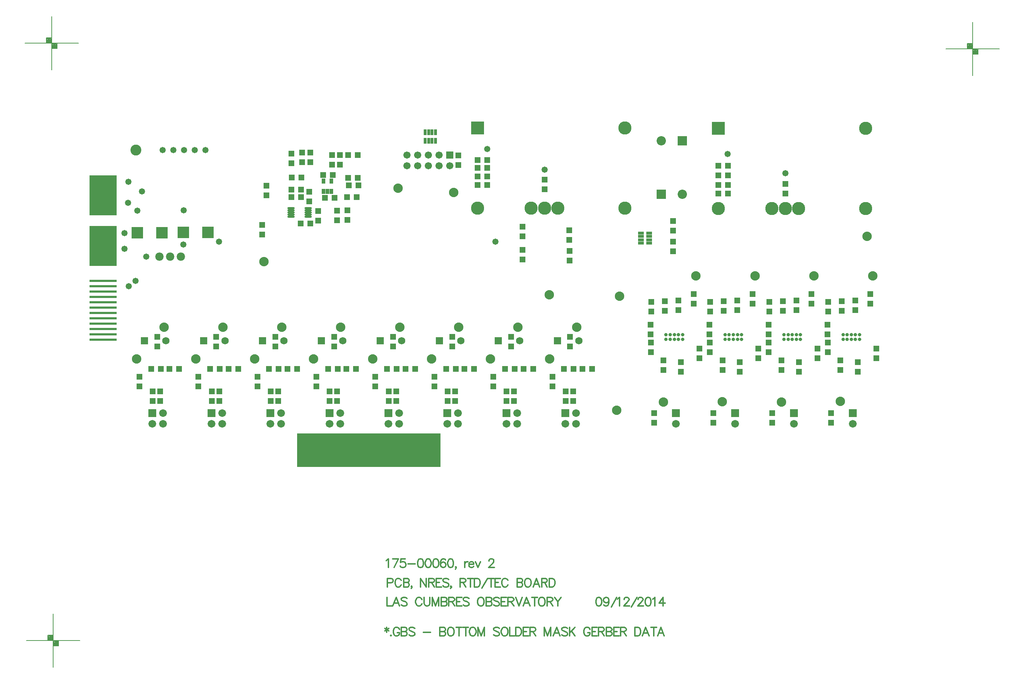
<source format=gbs>
%FSLAX23Y23*%
%MOIN*%
G70*
G01*
G75*
G04 Layer_Color=16711935*
%ADD10R,0.217X0.120*%
%ADD11R,0.012X0.065*%
%ADD12R,0.065X0.012*%
%ADD13O,0.071X0.012*%
%ADD14O,0.012X0.071*%
%ADD15O,0.098X0.028*%
%ADD16R,0.280X0.100*%
%ADD17R,0.100X0.100*%
%ADD18R,0.264X0.030*%
%ADD19R,0.264X0.383*%
G04:AMPARAMS|DCode=20|XSize=17mil|YSize=50mil|CornerRadius=5mil|HoleSize=0mil|Usage=FLASHONLY|Rotation=180.000|XOffset=0mil|YOffset=0mil|HoleType=Round|Shape=RoundedRectangle|*
%AMROUNDEDRECTD20*
21,1,0.017,0.040,0,0,180.0*
21,1,0.007,0.050,0,0,180.0*
1,1,0.010,-0.003,0.020*
1,1,0.010,0.003,0.020*
1,1,0.010,0.003,-0.020*
1,1,0.010,-0.003,-0.020*
%
%ADD20ROUNDEDRECTD20*%
%ADD21R,0.126X0.071*%
%ADD22R,0.050X0.050*%
%ADD23R,0.050X0.050*%
%ADD24C,0.005*%
%ADD25C,0.010*%
%ADD26C,0.030*%
%ADD27C,0.050*%
%ADD28C,0.025*%
%ADD29C,0.012*%
%ADD30C,0.008*%
%ADD31C,0.012*%
%ADD32C,0.012*%
%ADD33C,0.060*%
%ADD34R,0.060X0.060*%
%ADD35C,0.024*%
%ADD36C,0.070*%
%ADD37R,0.115X0.115*%
%ADD38C,0.115*%
%ADD39C,0.080*%
%ADD40C,0.050*%
%ADD41C,0.094*%
%ADD42C,0.079*%
%ADD43R,0.079X0.079*%
%ADD44C,0.059*%
%ADD45R,0.059X0.059*%
%ADD46C,0.020*%
%ADD47C,0.040*%
%ADD48C,0.100*%
G04:AMPARAMS|DCode=49|XSize=90mil|YSize=90mil|CornerRadius=0mil|HoleSize=0mil|Usage=FLASHONLY|Rotation=0.000|XOffset=0mil|YOffset=0mil|HoleType=Round|Shape=Relief|Width=10mil|Gap=10mil|Entries=4|*
%AMTHD49*
7,0,0,0.090,0.070,0.010,45*
%
%ADD49THD49*%
G04:AMPARAMS|DCode=50|XSize=100mil|YSize=100mil|CornerRadius=0mil|HoleSize=0mil|Usage=FLASHONLY|Rotation=0.000|XOffset=0mil|YOffset=0mil|HoleType=Round|Shape=Relief|Width=10mil|Gap=10mil|Entries=4|*
%AMTHD50*
7,0,0,0.100,0.080,0.010,45*
%
%ADD50THD50*%
G04:AMPARAMS|DCode=51|XSize=138mil|YSize=138mil|CornerRadius=0mil|HoleSize=0mil|Usage=FLASHONLY|Rotation=0.000|XOffset=0mil|YOffset=0mil|HoleType=Round|Shape=Relief|Width=10mil|Gap=10mil|Entries=4|*
%AMTHD51*
7,0,0,0.138,0.118,0.010,45*
%
%ADD51THD51*%
%ADD52C,0.118*%
%ADD53C,0.092*%
%ADD54C,0.072*%
%ADD55C,0.134*%
%ADD56C,0.079*%
%ADD57C,0.075*%
G04:AMPARAMS|DCode=58|XSize=107.244mil|YSize=107.244mil|CornerRadius=0mil|HoleSize=0mil|Usage=FLASHONLY|Rotation=0.000|XOffset=0mil|YOffset=0mil|HoleType=Round|Shape=Relief|Width=10mil|Gap=10mil|Entries=4|*
%AMTHD58*
7,0,0,0.107,0.087,0.010,45*
%
%ADD58THD58*%
%ADD59C,0.087*%
G04:AMPARAMS|DCode=60|XSize=112mil|YSize=112mil|CornerRadius=0mil|HoleSize=0mil|Usage=FLASHONLY|Rotation=0.000|XOffset=0mil|YOffset=0mil|HoleType=Round|Shape=Relief|Width=10mil|Gap=10mil|Entries=4|*
%AMTHD60*
7,0,0,0.112,0.092,0.010,45*
%
%ADD60THD60*%
G04:AMPARAMS|DCode=61|XSize=70mil|YSize=70mil|CornerRadius=0mil|HoleSize=0mil|Usage=FLASHONLY|Rotation=0.000|XOffset=0mil|YOffset=0mil|HoleType=Round|Shape=Relief|Width=10mil|Gap=10mil|Entries=4|*
%AMTHD61*
7,0,0,0.070,0.050,0.010,45*
%
%ADD61THD61*%
%ADD62C,0.068*%
G04:AMPARAMS|DCode=63|XSize=88mil|YSize=88mil|CornerRadius=0mil|HoleSize=0mil|Usage=FLASHONLY|Rotation=0.000|XOffset=0mil|YOffset=0mil|HoleType=Round|Shape=Relief|Width=10mil|Gap=10mil|Entries=4|*
%AMTHD63*
7,0,0,0.088,0.068,0.010,45*
%
%ADD63THD63*%
%ADD64C,0.020*%
%ADD65C,0.054*%
G04:AMPARAMS|DCode=66|XSize=92mil|YSize=92mil|CornerRadius=0mil|HoleSize=0mil|Usage=FLASHONLY|Rotation=0.000|XOffset=0mil|YOffset=0mil|HoleType=Round|Shape=Relief|Width=10mil|Gap=10mil|Entries=4|*
%AMTHD66*
7,0,0,0.092,0.072,0.010,45*
%
%ADD66THD66*%
G04:AMPARAMS|DCode=67|XSize=95.433mil|YSize=95.433mil|CornerRadius=0mil|HoleSize=0mil|Usage=FLASHONLY|Rotation=0.000|XOffset=0mil|YOffset=0mil|HoleType=Round|Shape=Relief|Width=10mil|Gap=10mil|Entries=4|*
%AMTHD67*
7,0,0,0.095,0.075,0.010,45*
%
%ADD67THD67*%
%ADD68R,0.045X0.017*%
%ADD69R,0.024X0.037*%
%ADD70O,0.061X0.010*%
%ADD71R,0.017X0.045*%
%ADD72C,0.006*%
%ADD73C,0.010*%
%ADD74C,0.008*%
%ADD75C,0.024*%
%ADD76C,0.010*%
%ADD77C,0.007*%
%ADD78C,0.004*%
%ADD79R,0.222X0.128*%
%ADD80R,0.252X0.018*%
%ADD81R,0.252X0.371*%
%ADD82R,0.225X0.128*%
%ADD83R,0.020X0.073*%
%ADD84R,0.073X0.020*%
%ADD85O,0.079X0.020*%
%ADD86O,0.020X0.079*%
%ADD87O,0.106X0.036*%
%ADD88R,0.288X0.108*%
%ADD89R,0.108X0.108*%
%ADD90R,0.257X0.023*%
%ADD91R,0.257X0.376*%
G04:AMPARAMS|DCode=92|XSize=25mil|YSize=58mil|CornerRadius=9mil|HoleSize=0mil|Usage=FLASHONLY|Rotation=180.000|XOffset=0mil|YOffset=0mil|HoleType=Round|Shape=RoundedRectangle|*
%AMROUNDEDRECTD92*
21,1,0.025,0.040,0,0,180.0*
21,1,0.007,0.058,0,0,180.0*
1,1,0.018,-0.003,0.020*
1,1,0.018,0.003,0.020*
1,1,0.018,0.003,-0.020*
1,1,0.018,-0.003,-0.020*
%
%ADD92ROUNDEDRECTD92*%
%ADD93R,0.134X0.079*%
%ADD94R,0.058X0.058*%
%ADD95R,0.058X0.058*%
%ADD96R,0.068X0.068*%
%ADD97C,0.032*%
%ADD98C,0.078*%
%ADD99R,0.123X0.123*%
%ADD100C,0.123*%
%ADD101C,0.088*%
%ADD102C,0.058*%
%ADD103C,0.102*%
%ADD104C,0.072*%
%ADD105R,0.072X0.072*%
%ADD106C,0.067*%
%ADD107R,0.067X0.067*%
%ADD108C,0.087*%
%ADD109R,0.087X0.087*%
%ADD110R,1.344X0.312*%
%ADD111R,0.053X0.025*%
%ADD112R,0.032X0.045*%
%ADD113O,0.069X0.018*%
%ADD114R,0.025X0.053*%
D29*
X13557Y8758D02*
Y8712D01*
X13538Y8747D02*
X13576Y8724D01*
Y8747D02*
X13538Y8724D01*
X13596Y8686D02*
X13592Y8682D01*
X13596Y8678D01*
X13600Y8682D01*
X13596Y8686D01*
X13675Y8739D02*
X13671Y8747D01*
X13663Y8754D01*
X13656Y8758D01*
X13640D01*
X13633Y8754D01*
X13625Y8747D01*
X13621Y8739D01*
X13618Y8728D01*
Y8708D01*
X13621Y8697D01*
X13625Y8689D01*
X13633Y8682D01*
X13640Y8678D01*
X13656D01*
X13663Y8682D01*
X13671Y8689D01*
X13675Y8697D01*
Y8708D01*
X13656D02*
X13675D01*
X13693Y8758D02*
Y8678D01*
Y8758D02*
X13727D01*
X13739Y8754D01*
X13743Y8750D01*
X13746Y8743D01*
Y8735D01*
X13743Y8728D01*
X13739Y8724D01*
X13727Y8720D01*
X13693D02*
X13727D01*
X13739Y8716D01*
X13743Y8712D01*
X13746Y8705D01*
Y8693D01*
X13743Y8686D01*
X13739Y8682D01*
X13727Y8678D01*
X13693D01*
X13818Y8747D02*
X13810Y8754D01*
X13799Y8758D01*
X13783D01*
X13772Y8754D01*
X13764Y8747D01*
Y8739D01*
X13768Y8731D01*
X13772Y8728D01*
X13779Y8724D01*
X13802Y8716D01*
X13810Y8712D01*
X13814Y8708D01*
X13818Y8701D01*
Y8689D01*
X13810Y8682D01*
X13799Y8678D01*
X13783D01*
X13772Y8682D01*
X13764Y8689D01*
X13898Y8712D02*
X13967D01*
X14053Y8758D02*
Y8678D01*
Y8758D02*
X14088D01*
X14099Y8754D01*
X14103Y8750D01*
X14107Y8743D01*
Y8735D01*
X14103Y8728D01*
X14099Y8724D01*
X14088Y8720D01*
X14053D02*
X14088D01*
X14099Y8716D01*
X14103Y8712D01*
X14107Y8705D01*
Y8693D01*
X14103Y8686D01*
X14099Y8682D01*
X14088Y8678D01*
X14053D01*
X14147Y8758D02*
X14140Y8754D01*
X14132Y8747D01*
X14128Y8739D01*
X14125Y8728D01*
Y8708D01*
X14128Y8697D01*
X14132Y8689D01*
X14140Y8682D01*
X14147Y8678D01*
X14163D01*
X14170Y8682D01*
X14178Y8689D01*
X14182Y8697D01*
X14185Y8708D01*
Y8728D01*
X14182Y8739D01*
X14178Y8747D01*
X14170Y8754D01*
X14163Y8758D01*
X14147D01*
X14231D02*
Y8678D01*
X14204Y8758D02*
X14257D01*
X14294D02*
Y8678D01*
X14267Y8758D02*
X14320D01*
X14353D02*
X14345Y8754D01*
X14337Y8747D01*
X14334Y8739D01*
X14330Y8728D01*
Y8708D01*
X14334Y8697D01*
X14337Y8689D01*
X14345Y8682D01*
X14353Y8678D01*
X14368D01*
X14376Y8682D01*
X14383Y8689D01*
X14387Y8697D01*
X14391Y8708D01*
Y8728D01*
X14387Y8739D01*
X14383Y8747D01*
X14376Y8754D01*
X14368Y8758D01*
X14353D01*
X14409D02*
Y8678D01*
Y8758D02*
X14440Y8678D01*
X14470Y8758D02*
X14440Y8678D01*
X14470Y8758D02*
Y8678D01*
X14609Y8747D02*
X14602Y8754D01*
X14590Y8758D01*
X14575D01*
X14564Y8754D01*
X14556Y8747D01*
Y8739D01*
X14560Y8731D01*
X14564Y8728D01*
X14571Y8724D01*
X14594Y8716D01*
X14602Y8712D01*
X14606Y8708D01*
X14609Y8701D01*
Y8689D01*
X14602Y8682D01*
X14590Y8678D01*
X14575D01*
X14564Y8682D01*
X14556Y8689D01*
X14650Y8758D02*
X14643Y8754D01*
X14635Y8747D01*
X14631Y8739D01*
X14627Y8728D01*
Y8708D01*
X14631Y8697D01*
X14635Y8689D01*
X14643Y8682D01*
X14650Y8678D01*
X14665D01*
X14673Y8682D01*
X14681Y8689D01*
X14684Y8697D01*
X14688Y8708D01*
Y8728D01*
X14684Y8739D01*
X14681Y8747D01*
X14673Y8754D01*
X14665Y8758D01*
X14650D01*
X14707D02*
Y8678D01*
X14753D01*
X14761Y8758D02*
Y8678D01*
Y8758D02*
X14788D01*
X14799Y8754D01*
X14807Y8747D01*
X14811Y8739D01*
X14815Y8728D01*
Y8708D01*
X14811Y8697D01*
X14807Y8689D01*
X14799Y8682D01*
X14788Y8678D01*
X14761D01*
X14882Y8758D02*
X14833D01*
Y8678D01*
X14882D01*
X14833Y8720D02*
X14863D01*
X14895Y8758D02*
Y8678D01*
Y8758D02*
X14930D01*
X14941Y8754D01*
X14945Y8750D01*
X14949Y8743D01*
Y8735D01*
X14945Y8728D01*
X14941Y8724D01*
X14930Y8720D01*
X14895D01*
X14922D02*
X14949Y8678D01*
X15029Y8758D02*
Y8678D01*
Y8758D02*
X15060Y8678D01*
X15090Y8758D02*
X15060Y8678D01*
X15090Y8758D02*
Y8678D01*
X15174D02*
X15144Y8758D01*
X15113Y8678D01*
X15125Y8705D02*
X15163D01*
X15246Y8747D02*
X15239Y8754D01*
X15227Y8758D01*
X15212D01*
X15201Y8754D01*
X15193Y8747D01*
Y8739D01*
X15197Y8731D01*
X15201Y8728D01*
X15208Y8724D01*
X15231Y8716D01*
X15239Y8712D01*
X15242Y8708D01*
X15246Y8701D01*
Y8689D01*
X15239Y8682D01*
X15227Y8678D01*
X15212D01*
X15201Y8682D01*
X15193Y8689D01*
X15264Y8758D02*
Y8678D01*
X15317Y8758D02*
X15264Y8705D01*
X15283Y8724D02*
X15317Y8678D01*
X15455Y8739D02*
X15451Y8747D01*
X15444Y8754D01*
X15436Y8758D01*
X15421D01*
X15413Y8754D01*
X15406Y8747D01*
X15402Y8739D01*
X15398Y8728D01*
Y8708D01*
X15402Y8697D01*
X15406Y8689D01*
X15413Y8682D01*
X15421Y8678D01*
X15436D01*
X15444Y8682D01*
X15451Y8689D01*
X15455Y8697D01*
Y8708D01*
X15436D02*
X15455D01*
X15523Y8758D02*
X15474D01*
Y8678D01*
X15523D01*
X15474Y8720D02*
X15504D01*
X15536Y8758D02*
Y8678D01*
Y8758D02*
X15571D01*
X15582Y8754D01*
X15586Y8750D01*
X15590Y8743D01*
Y8735D01*
X15586Y8728D01*
X15582Y8724D01*
X15571Y8720D01*
X15536D01*
X15563D02*
X15590Y8678D01*
X15608Y8758D02*
Y8678D01*
Y8758D02*
X15642D01*
X15653Y8754D01*
X15657Y8750D01*
X15661Y8743D01*
Y8735D01*
X15657Y8728D01*
X15653Y8724D01*
X15642Y8720D01*
X15608D02*
X15642D01*
X15653Y8716D01*
X15657Y8712D01*
X15661Y8705D01*
Y8693D01*
X15657Y8686D01*
X15653Y8682D01*
X15642Y8678D01*
X15608D01*
X15728Y8758D02*
X15679D01*
Y8678D01*
X15728D01*
X15679Y8720D02*
X15709D01*
X15742Y8758D02*
Y8678D01*
Y8758D02*
X15776D01*
X15787Y8754D01*
X15791Y8750D01*
X15795Y8743D01*
Y8735D01*
X15791Y8728D01*
X15787Y8724D01*
X15776Y8720D01*
X15742D01*
X15768D02*
X15795Y8678D01*
X15876Y8758D02*
Y8678D01*
Y8758D02*
X15902D01*
X15914Y8754D01*
X15921Y8747D01*
X15925Y8739D01*
X15929Y8728D01*
Y8708D01*
X15925Y8697D01*
X15921Y8689D01*
X15914Y8682D01*
X15902Y8678D01*
X15876D01*
X16008D02*
X15977Y8758D01*
X15947Y8678D01*
X15958Y8705D02*
X15997D01*
X16053Y8758D02*
Y8678D01*
X16027Y8758D02*
X16080D01*
X16150Y8678D02*
X16120Y8758D01*
X16089Y8678D01*
X16101Y8705D02*
X16139D01*
D30*
X10394Y14246D02*
X10404D01*
X10394Y14241D02*
Y14251D01*
Y14241D02*
X10404D01*
Y14251D01*
X10394D02*
X10404D01*
X10389Y14236D02*
Y14251D01*
Y14236D02*
X10409D01*
Y14256D01*
X10389D02*
X10409D01*
X10384Y14231D02*
Y14256D01*
Y14231D02*
X10414D01*
Y14261D01*
X10384D02*
X10414D01*
X10379Y14226D02*
Y14266D01*
Y14226D02*
X10419D01*
Y14266D01*
X10379D02*
X10419D01*
X10444Y14196D02*
X10454D01*
X10444Y14191D02*
Y14201D01*
Y14191D02*
X10454D01*
Y14201D01*
X10444D02*
X10454D01*
X10439Y14186D02*
Y14201D01*
Y14186D02*
X10459D01*
Y14206D01*
X10439D02*
X10459D01*
X10434Y14181D02*
Y14206D01*
Y14181D02*
X10464D01*
Y14211D01*
X10434D02*
X10464D01*
X10429Y14176D02*
Y14216D01*
Y14176D02*
X10469D01*
Y14216D01*
X10429D02*
X10469D01*
X10424Y14171D02*
X10474D01*
Y14221D01*
X10374Y14271D02*
X10424D01*
X10374Y14221D02*
Y14271D01*
X10424Y13971D02*
Y14471D01*
X10174Y14221D02*
X10674D01*
X19002Y14192D02*
X19012D01*
X19002Y14187D02*
Y14197D01*
Y14187D02*
X19012D01*
Y14197D01*
X19002D02*
X19012D01*
X18997Y14182D02*
Y14197D01*
Y14182D02*
X19017D01*
Y14202D01*
X18997D02*
X19017D01*
X18992Y14177D02*
Y14202D01*
Y14177D02*
X19022D01*
Y14207D01*
X18992D02*
X19022D01*
X18987Y14172D02*
Y14212D01*
Y14172D02*
X19027D01*
Y14212D01*
X18987D02*
X19027D01*
X19052Y14142D02*
X19062D01*
X19052Y14137D02*
Y14147D01*
Y14137D02*
X19062D01*
Y14147D01*
X19052D02*
X19062D01*
X19047Y14132D02*
Y14147D01*
Y14132D02*
X19067D01*
Y14152D01*
X19047D02*
X19067D01*
X19042Y14127D02*
Y14152D01*
Y14127D02*
X19072D01*
Y14157D01*
X19042D02*
X19072D01*
X19037Y14122D02*
Y14162D01*
Y14122D02*
X19077D01*
Y14162D01*
X19037D02*
X19077D01*
X19032Y14117D02*
X19082D01*
Y14167D01*
X18982Y14217D02*
X19032D01*
X18982Y14167D02*
Y14217D01*
X19032Y13917D02*
Y14417D01*
X18782Y14167D02*
X19282D01*
X10410Y8660D02*
X10420D01*
X10410Y8655D02*
Y8665D01*
Y8655D02*
X10420D01*
Y8665D01*
X10410D02*
X10420D01*
X10405Y8650D02*
Y8665D01*
Y8650D02*
X10425D01*
Y8670D01*
X10405D02*
X10425D01*
X10400Y8645D02*
Y8670D01*
Y8645D02*
X10430D01*
Y8675D01*
X10400D02*
X10430D01*
X10395Y8640D02*
Y8680D01*
Y8640D02*
X10435D01*
Y8680D01*
X10395D02*
X10435D01*
X10460Y8610D02*
X10470D01*
X10460Y8605D02*
Y8615D01*
Y8605D02*
X10470D01*
Y8615D01*
X10460D02*
X10470D01*
X10455Y8600D02*
Y8615D01*
Y8600D02*
X10475D01*
Y8620D01*
X10455D02*
X10475D01*
X10450Y8595D02*
Y8620D01*
Y8595D02*
X10480D01*
Y8625D01*
X10450D02*
X10480D01*
X10445Y8590D02*
Y8630D01*
Y8590D02*
X10485D01*
Y8630D01*
X10445D02*
X10485D01*
X10440Y8585D02*
X10490D01*
Y8635D01*
X10390Y8685D02*
X10440D01*
X10390Y8635D02*
Y8685D01*
X10440Y8385D02*
Y8885D01*
X10190Y8635D02*
X10690D01*
D31*
X13559Y9039D02*
Y8959D01*
X13605D01*
X13674D02*
X13644Y9039D01*
X13613Y8959D01*
X13625Y8985D02*
X13663D01*
X13746Y9027D02*
X13739Y9035D01*
X13727Y9039D01*
X13712D01*
X13701Y9035D01*
X13693Y9027D01*
Y9020D01*
X13697Y9012D01*
X13701Y9008D01*
X13708Y9004D01*
X13731Y8997D01*
X13739Y8993D01*
X13743Y8989D01*
X13746Y8981D01*
Y8970D01*
X13739Y8962D01*
X13727Y8959D01*
X13712D01*
X13701Y8962D01*
X13693Y8970D01*
X13884Y9020D02*
X13880Y9027D01*
X13873Y9035D01*
X13865Y9039D01*
X13850D01*
X13842Y9035D01*
X13835Y9027D01*
X13831Y9020D01*
X13827Y9008D01*
Y8989D01*
X13831Y8978D01*
X13835Y8970D01*
X13842Y8962D01*
X13850Y8959D01*
X13865D01*
X13873Y8962D01*
X13880Y8970D01*
X13884Y8978D01*
X13907Y9039D02*
Y8981D01*
X13911Y8970D01*
X13918Y8962D01*
X13930Y8959D01*
X13937D01*
X13949Y8962D01*
X13956Y8970D01*
X13960Y8981D01*
Y9039D01*
X13982D02*
Y8959D01*
Y9039D02*
X14013Y8959D01*
X14043Y9039D02*
X14013Y8959D01*
X14043Y9039D02*
Y8959D01*
X14066Y9039D02*
Y8959D01*
Y9039D02*
X14100D01*
X14112Y9035D01*
X14115Y9031D01*
X14119Y9023D01*
Y9016D01*
X14115Y9008D01*
X14112Y9004D01*
X14100Y9000D01*
X14066D02*
X14100D01*
X14112Y8997D01*
X14115Y8993D01*
X14119Y8985D01*
Y8974D01*
X14115Y8966D01*
X14112Y8962D01*
X14100Y8959D01*
X14066D01*
X14137Y9039D02*
Y8959D01*
Y9039D02*
X14171D01*
X14183Y9035D01*
X14187Y9031D01*
X14191Y9023D01*
Y9016D01*
X14187Y9008D01*
X14183Y9004D01*
X14171Y9000D01*
X14137D01*
X14164D02*
X14191Y8959D01*
X14258Y9039D02*
X14208D01*
Y8959D01*
X14258D01*
X14208Y9000D02*
X14239D01*
X14325Y9027D02*
X14317Y9035D01*
X14306Y9039D01*
X14290D01*
X14279Y9035D01*
X14271Y9027D01*
Y9020D01*
X14275Y9012D01*
X14279Y9008D01*
X14286Y9004D01*
X14309Y8997D01*
X14317Y8993D01*
X14321Y8989D01*
X14325Y8981D01*
Y8970D01*
X14317Y8962D01*
X14306Y8959D01*
X14290D01*
X14279Y8962D01*
X14271Y8970D01*
X14428Y9039D02*
X14421Y9035D01*
X14413Y9027D01*
X14409Y9020D01*
X14405Y9008D01*
Y8989D01*
X14409Y8978D01*
X14413Y8970D01*
X14421Y8962D01*
X14428Y8959D01*
X14443D01*
X14451Y8962D01*
X14459Y8970D01*
X14462Y8978D01*
X14466Y8989D01*
Y9008D01*
X14462Y9020D01*
X14459Y9027D01*
X14451Y9035D01*
X14443Y9039D01*
X14428D01*
X14485D02*
Y8959D01*
Y9039D02*
X14519D01*
X14531Y9035D01*
X14534Y9031D01*
X14538Y9023D01*
Y9016D01*
X14534Y9008D01*
X14531Y9004D01*
X14519Y9000D01*
X14485D02*
X14519D01*
X14531Y8997D01*
X14534Y8993D01*
X14538Y8985D01*
Y8974D01*
X14534Y8966D01*
X14531Y8962D01*
X14519Y8959D01*
X14485D01*
X14609Y9027D02*
X14602Y9035D01*
X14590Y9039D01*
X14575D01*
X14564Y9035D01*
X14556Y9027D01*
Y9020D01*
X14560Y9012D01*
X14564Y9008D01*
X14571Y9004D01*
X14594Y8997D01*
X14602Y8993D01*
X14606Y8989D01*
X14609Y8981D01*
Y8970D01*
X14602Y8962D01*
X14590Y8959D01*
X14575D01*
X14564Y8962D01*
X14556Y8970D01*
X14677Y9039D02*
X14627D01*
Y8959D01*
X14677D01*
X14627Y9000D02*
X14658D01*
X14690Y9039D02*
Y8959D01*
Y9039D02*
X14724D01*
X14736Y9035D01*
X14740Y9031D01*
X14744Y9023D01*
Y9016D01*
X14740Y9008D01*
X14736Y9004D01*
X14724Y9000D01*
X14690D01*
X14717D02*
X14744Y8959D01*
X14761Y9039D02*
X14792Y8959D01*
X14822Y9039D02*
X14792Y8959D01*
X14894D02*
X14863Y9039D01*
X14833Y8959D01*
X14844Y8985D02*
X14882D01*
X14939Y9039D02*
Y8959D01*
X14912Y9039D02*
X14966D01*
X14998D02*
X14990Y9035D01*
X14983Y9027D01*
X14979Y9020D01*
X14975Y9008D01*
Y8989D01*
X14979Y8978D01*
X14983Y8970D01*
X14990Y8962D01*
X14998Y8959D01*
X15013D01*
X15021Y8962D01*
X15028Y8970D01*
X15032Y8978D01*
X15036Y8989D01*
Y9008D01*
X15032Y9020D01*
X15028Y9027D01*
X15021Y9035D01*
X15013Y9039D01*
X14998D01*
X15055D02*
Y8959D01*
Y9039D02*
X15089D01*
X15100Y9035D01*
X15104Y9031D01*
X15108Y9023D01*
Y9016D01*
X15104Y9008D01*
X15100Y9004D01*
X15089Y9000D01*
X15055D01*
X15081D02*
X15108Y8959D01*
X15126Y9039D02*
X15156Y9000D01*
Y8959D01*
X15187Y9039D02*
X15156Y9000D01*
X15534Y9039D02*
X15523Y9035D01*
X15515Y9023D01*
X15511Y9004D01*
Y8993D01*
X15515Y8974D01*
X15523Y8962D01*
X15534Y8959D01*
X15542D01*
X15553Y8962D01*
X15561Y8974D01*
X15565Y8993D01*
Y9004D01*
X15561Y9023D01*
X15553Y9035D01*
X15542Y9039D01*
X15534D01*
X15632Y9012D02*
X15628Y9000D01*
X15621Y8993D01*
X15609Y8989D01*
X15605D01*
X15594Y8993D01*
X15586Y9000D01*
X15583Y9012D01*
Y9016D01*
X15586Y9027D01*
X15594Y9035D01*
X15605Y9039D01*
X15609D01*
X15621Y9035D01*
X15628Y9027D01*
X15632Y9012D01*
Y8993D01*
X15628Y8974D01*
X15621Y8962D01*
X15609Y8959D01*
X15602D01*
X15590Y8962D01*
X15586Y8970D01*
X15654Y8947D02*
X15707Y9039D01*
X15712Y9023D02*
X15720Y9027D01*
X15732Y9039D01*
Y8959D01*
X15775Y9020D02*
Y9023D01*
X15779Y9031D01*
X15783Y9035D01*
X15790Y9039D01*
X15805D01*
X15813Y9035D01*
X15817Y9031D01*
X15821Y9023D01*
Y9016D01*
X15817Y9008D01*
X15809Y8997D01*
X15771Y8959D01*
X15824D01*
X15842Y8947D02*
X15896Y9039D01*
X15905Y9020D02*
Y9023D01*
X15909Y9031D01*
X15912Y9035D01*
X15920Y9039D01*
X15935D01*
X15943Y9035D01*
X15947Y9031D01*
X15951Y9023D01*
Y9016D01*
X15947Y9008D01*
X15939Y8997D01*
X15901Y8959D01*
X15954D01*
X15995Y9039D02*
X15984Y9035D01*
X15976Y9023D01*
X15972Y9004D01*
Y8993D01*
X15976Y8974D01*
X15984Y8962D01*
X15995Y8959D01*
X16003D01*
X16014Y8962D01*
X16022Y8974D01*
X16026Y8993D01*
Y9004D01*
X16022Y9023D01*
X16014Y9035D01*
X16003Y9039D01*
X15995D01*
X16043Y9023D02*
X16051Y9027D01*
X16062Y9039D01*
Y8959D01*
X16140Y9039D02*
X16102Y8985D01*
X16159D01*
X16140Y9039D02*
Y8959D01*
D32*
X13553Y9383D02*
X13560Y9387D01*
X13572Y9398D01*
Y9318D01*
X13665Y9398D02*
X13627Y9318D01*
X13611Y9398D02*
X13665D01*
X13728D02*
X13690D01*
X13686Y9364D01*
X13690Y9368D01*
X13702Y9372D01*
X13713D01*
X13725Y9368D01*
X13732Y9360D01*
X13736Y9349D01*
Y9341D01*
X13732Y9330D01*
X13725Y9322D01*
X13713Y9318D01*
X13702D01*
X13690Y9322D01*
X13686Y9326D01*
X13683Y9333D01*
X13754Y9352D02*
X13822D01*
X13869Y9398D02*
X13857Y9394D01*
X13850Y9383D01*
X13846Y9364D01*
Y9352D01*
X13850Y9333D01*
X13857Y9322D01*
X13869Y9318D01*
X13876D01*
X13888Y9322D01*
X13896Y9333D01*
X13899Y9352D01*
Y9364D01*
X13896Y9383D01*
X13888Y9394D01*
X13876Y9398D01*
X13869D01*
X13940D02*
X13929Y9394D01*
X13921Y9383D01*
X13917Y9364D01*
Y9352D01*
X13921Y9333D01*
X13929Y9322D01*
X13940Y9318D01*
X13948D01*
X13959Y9322D01*
X13967Y9333D01*
X13971Y9352D01*
Y9364D01*
X13967Y9383D01*
X13959Y9394D01*
X13948Y9398D01*
X13940D01*
X14011D02*
X14000Y9394D01*
X13992Y9383D01*
X13988Y9364D01*
Y9352D01*
X13992Y9333D01*
X14000Y9322D01*
X14011Y9318D01*
X14019D01*
X14030Y9322D01*
X14038Y9333D01*
X14042Y9352D01*
Y9364D01*
X14038Y9383D01*
X14030Y9394D01*
X14019Y9398D01*
X14011D01*
X14105Y9387D02*
X14102Y9394D01*
X14090Y9398D01*
X14083D01*
X14071Y9394D01*
X14063Y9383D01*
X14060Y9364D01*
Y9345D01*
X14063Y9330D01*
X14071Y9322D01*
X14083Y9318D01*
X14086D01*
X14098Y9322D01*
X14105Y9330D01*
X14109Y9341D01*
Y9345D01*
X14105Y9356D01*
X14098Y9364D01*
X14086Y9368D01*
X14083D01*
X14071Y9364D01*
X14063Y9356D01*
X14060Y9345D01*
X14150Y9398D02*
X14138Y9394D01*
X14131Y9383D01*
X14127Y9364D01*
Y9352D01*
X14131Y9333D01*
X14138Y9322D01*
X14150Y9318D01*
X14157D01*
X14169Y9322D01*
X14176Y9333D01*
X14180Y9352D01*
Y9364D01*
X14176Y9383D01*
X14169Y9394D01*
X14157Y9398D01*
X14150D01*
X14206Y9322D02*
X14202Y9318D01*
X14198Y9322D01*
X14202Y9326D01*
X14206Y9322D01*
Y9314D01*
X14202Y9307D01*
X14198Y9303D01*
X14286Y9372D02*
Y9318D01*
Y9349D02*
X14290Y9360D01*
X14297Y9368D01*
X14305Y9372D01*
X14316D01*
X14324Y9349D02*
X14369D01*
Y9356D01*
X14366Y9364D01*
X14362Y9368D01*
X14354Y9372D01*
X14343D01*
X14335Y9368D01*
X14327Y9360D01*
X14324Y9349D01*
Y9341D01*
X14327Y9330D01*
X14335Y9322D01*
X14343Y9318D01*
X14354D01*
X14362Y9322D01*
X14369Y9330D01*
X14386Y9372D02*
X14409Y9318D01*
X14432Y9372D02*
X14409Y9318D01*
X14512Y9379D02*
Y9383D01*
X14516Y9391D01*
X14519Y9394D01*
X14527Y9398D01*
X14542D01*
X14550Y9394D01*
X14554Y9391D01*
X14557Y9383D01*
Y9375D01*
X14554Y9368D01*
X14546Y9356D01*
X14508Y9318D01*
X14561D01*
X13563Y9174D02*
X13597D01*
X13608Y9178D01*
X13612Y9182D01*
X13616Y9190D01*
Y9201D01*
X13612Y9209D01*
X13608Y9212D01*
X13597Y9216D01*
X13563D01*
Y9136D01*
X13691Y9197D02*
X13687Y9205D01*
X13680Y9212D01*
X13672Y9216D01*
X13657D01*
X13649Y9212D01*
X13642Y9205D01*
X13638Y9197D01*
X13634Y9186D01*
Y9167D01*
X13638Y9155D01*
X13642Y9148D01*
X13649Y9140D01*
X13657Y9136D01*
X13672D01*
X13680Y9140D01*
X13687Y9148D01*
X13691Y9155D01*
X13714Y9216D02*
Y9136D01*
Y9216D02*
X13748D01*
X13759Y9212D01*
X13763Y9209D01*
X13767Y9201D01*
Y9193D01*
X13763Y9186D01*
X13759Y9182D01*
X13748Y9178D01*
X13714D02*
X13748D01*
X13759Y9174D01*
X13763Y9170D01*
X13767Y9163D01*
Y9151D01*
X13763Y9144D01*
X13759Y9140D01*
X13748Y9136D01*
X13714D01*
X13792Y9140D02*
X13789Y9136D01*
X13785Y9140D01*
X13789Y9144D01*
X13792Y9140D01*
Y9132D01*
X13789Y9125D01*
X13785Y9121D01*
X13873Y9216D02*
Y9136D01*
Y9216D02*
X13926Y9136D01*
Y9216D02*
Y9136D01*
X13948Y9216D02*
Y9136D01*
Y9216D02*
X13982D01*
X13994Y9212D01*
X13998Y9209D01*
X14001Y9201D01*
Y9193D01*
X13998Y9186D01*
X13994Y9182D01*
X13982Y9178D01*
X13948D01*
X13975D02*
X14001Y9136D01*
X14069Y9216D02*
X14019D01*
Y9136D01*
X14069D01*
X14019Y9178D02*
X14050D01*
X14136Y9205D02*
X14128Y9212D01*
X14117Y9216D01*
X14101D01*
X14090Y9212D01*
X14082Y9205D01*
Y9197D01*
X14086Y9190D01*
X14090Y9186D01*
X14097Y9182D01*
X14120Y9174D01*
X14128Y9170D01*
X14132Y9167D01*
X14136Y9159D01*
Y9148D01*
X14128Y9140D01*
X14117Y9136D01*
X14101D01*
X14090Y9140D01*
X14082Y9148D01*
X14161Y9140D02*
X14157Y9136D01*
X14153Y9140D01*
X14157Y9144D01*
X14161Y9140D01*
Y9132D01*
X14157Y9125D01*
X14153Y9121D01*
X14241Y9216D02*
Y9136D01*
Y9216D02*
X14276D01*
X14287Y9212D01*
X14291Y9209D01*
X14295Y9201D01*
Y9193D01*
X14291Y9186D01*
X14287Y9182D01*
X14276Y9178D01*
X14241D01*
X14268D02*
X14295Y9136D01*
X14339Y9216D02*
Y9136D01*
X14313Y9216D02*
X14366D01*
X14376D02*
Y9136D01*
Y9216D02*
X14402D01*
X14414Y9212D01*
X14421Y9205D01*
X14425Y9197D01*
X14429Y9186D01*
Y9167D01*
X14425Y9155D01*
X14421Y9148D01*
X14414Y9140D01*
X14402Y9136D01*
X14376D01*
X14447Y9125D02*
X14500Y9216D01*
X14532D02*
Y9136D01*
X14505Y9216D02*
X14559D01*
X14618D02*
X14568D01*
Y9136D01*
X14618D01*
X14568Y9178D02*
X14599D01*
X14688Y9197D02*
X14684Y9205D01*
X14677Y9212D01*
X14669Y9216D01*
X14654D01*
X14646Y9212D01*
X14639Y9205D01*
X14635Y9197D01*
X14631Y9186D01*
Y9167D01*
X14635Y9155D01*
X14639Y9148D01*
X14646Y9140D01*
X14654Y9136D01*
X14669D01*
X14677Y9140D01*
X14684Y9148D01*
X14688Y9155D01*
X14774Y9216D02*
Y9136D01*
Y9216D02*
X14808D01*
X14819Y9212D01*
X14823Y9209D01*
X14827Y9201D01*
Y9193D01*
X14823Y9186D01*
X14819Y9182D01*
X14808Y9178D01*
X14774D02*
X14808D01*
X14819Y9174D01*
X14823Y9170D01*
X14827Y9163D01*
Y9151D01*
X14823Y9144D01*
X14819Y9140D01*
X14808Y9136D01*
X14774D01*
X14868Y9216D02*
X14860Y9212D01*
X14852Y9205D01*
X14849Y9197D01*
X14845Y9186D01*
Y9167D01*
X14849Y9155D01*
X14852Y9148D01*
X14860Y9140D01*
X14868Y9136D01*
X14883D01*
X14890Y9140D01*
X14898Y9148D01*
X14902Y9155D01*
X14906Y9167D01*
Y9186D01*
X14902Y9197D01*
X14898Y9205D01*
X14890Y9212D01*
X14883Y9216D01*
X14868D01*
X14985Y9136D02*
X14955Y9216D01*
X14924Y9136D01*
X14936Y9163D02*
X14974D01*
X15004Y9216D02*
Y9136D01*
Y9216D02*
X15038D01*
X15050Y9212D01*
X15053Y9209D01*
X15057Y9201D01*
Y9193D01*
X15053Y9186D01*
X15050Y9182D01*
X15038Y9178D01*
X15004D01*
X15031D02*
X15057Y9136D01*
X15075Y9216D02*
Y9136D01*
Y9216D02*
X15102D01*
X15113Y9212D01*
X15121Y9205D01*
X15125Y9197D01*
X15128Y9186D01*
Y9167D01*
X15125Y9155D01*
X15121Y9148D01*
X15113Y9140D01*
X15102Y9136D01*
X15075D01*
D62*
X11493Y11437D02*
D03*
X15351D02*
D03*
X14800D02*
D03*
X14249D02*
D03*
X13697D02*
D03*
X13146D02*
D03*
X12595D02*
D03*
X12044D02*
D03*
D89*
X11227Y12447D02*
D03*
X11457D02*
D03*
X11886Y12452D02*
D03*
X11656D02*
D03*
D90*
X10907Y11950D02*
D03*
Y11900D02*
D03*
Y11850D02*
D03*
Y11800D02*
D03*
Y11750D02*
D03*
Y11450D02*
D03*
Y11500D02*
D03*
Y11550D02*
D03*
Y11600D02*
D03*
Y11650D02*
D03*
Y11700D02*
D03*
Y12000D02*
D03*
D91*
Y12798D02*
D03*
Y12325D02*
D03*
D94*
X12393Y12522D02*
D03*
Y12432D02*
D03*
X12666Y13190D02*
D03*
Y13100D02*
D03*
X12831Y12833D02*
D03*
Y12743D02*
D03*
X13091Y12565D02*
D03*
Y12655D02*
D03*
X13190Y12567D02*
D03*
Y12657D02*
D03*
X12432Y12800D02*
D03*
Y12890D02*
D03*
X12767Y13197D02*
D03*
Y13107D02*
D03*
X12843Y13197D02*
D03*
Y13107D02*
D03*
X13119Y13174D02*
D03*
Y13084D02*
D03*
X17675Y11590D02*
D03*
Y11500D02*
D03*
X17124Y11590D02*
D03*
Y11500D02*
D03*
X16573Y11590D02*
D03*
Y11500D02*
D03*
X16022Y11590D02*
D03*
Y11500D02*
D03*
X17678Y11332D02*
D03*
Y11422D02*
D03*
X17127Y11332D02*
D03*
Y11422D02*
D03*
X16576Y11332D02*
D03*
Y11422D02*
D03*
X16025Y11332D02*
D03*
Y11422D02*
D03*
X15298Y10965D02*
D03*
Y10875D02*
D03*
X14747Y10965D02*
D03*
Y10875D02*
D03*
X14196Y10965D02*
D03*
Y10875D02*
D03*
X13644Y10965D02*
D03*
Y10875D02*
D03*
X13093Y10965D02*
D03*
Y10875D02*
D03*
X12542Y10965D02*
D03*
Y10875D02*
D03*
X11991Y10965D02*
D03*
Y10875D02*
D03*
X11440Y10965D02*
D03*
Y10875D02*
D03*
X15228Y10965D02*
D03*
Y10875D02*
D03*
X14677Y10965D02*
D03*
Y10875D02*
D03*
X14126Y10965D02*
D03*
Y10875D02*
D03*
X13574Y10965D02*
D03*
Y10875D02*
D03*
X13023Y10965D02*
D03*
Y10875D02*
D03*
X12472Y10965D02*
D03*
Y10875D02*
D03*
X11921Y10965D02*
D03*
Y10875D02*
D03*
X11370Y10965D02*
D03*
Y10875D02*
D03*
X15104Y11101D02*
D03*
Y11011D02*
D03*
X14553Y11101D02*
D03*
Y11011D02*
D03*
X14002Y11101D02*
D03*
Y11011D02*
D03*
X13450Y11101D02*
D03*
Y11011D02*
D03*
X12899Y11101D02*
D03*
Y11011D02*
D03*
X12348Y11101D02*
D03*
Y11011D02*
D03*
X11797Y11101D02*
D03*
Y11011D02*
D03*
X11246Y11101D02*
D03*
Y11011D02*
D03*
X17281Y12814D02*
D03*
Y12904D02*
D03*
X15032Y12856D02*
D03*
Y12946D02*
D03*
X14226Y13172D02*
D03*
Y13082D02*
D03*
X15264Y12187D02*
D03*
Y12277D02*
D03*
X14827Y12199D02*
D03*
Y12289D02*
D03*
X14827Y12506D02*
D03*
Y12416D02*
D03*
X17809Y11717D02*
D03*
Y11807D02*
D03*
X17258Y11717D02*
D03*
Y11807D02*
D03*
X16707Y11717D02*
D03*
Y11807D02*
D03*
X16156Y11717D02*
D03*
Y11807D02*
D03*
X17710Y10673D02*
D03*
Y10763D02*
D03*
X17159Y10673D02*
D03*
Y10763D02*
D03*
X16608Y10673D02*
D03*
Y10763D02*
D03*
X16057Y10673D02*
D03*
Y10763D02*
D03*
X17682Y11713D02*
D03*
Y11803D02*
D03*
X17131Y11713D02*
D03*
Y11803D02*
D03*
X16580Y11713D02*
D03*
Y11803D02*
D03*
X16029Y11713D02*
D03*
Y11803D02*
D03*
X18132Y11274D02*
D03*
Y11364D02*
D03*
X17581Y11274D02*
D03*
Y11364D02*
D03*
X17030Y11274D02*
D03*
Y11364D02*
D03*
X16479Y11274D02*
D03*
Y11364D02*
D03*
X17959Y11237D02*
D03*
Y11147D02*
D03*
X17408Y11237D02*
D03*
Y11147D02*
D03*
X16857Y11237D02*
D03*
Y11147D02*
D03*
X16306Y11237D02*
D03*
Y11147D02*
D03*
X17796Y11254D02*
D03*
Y11164D02*
D03*
X17245Y11254D02*
D03*
Y11164D02*
D03*
X16694Y11254D02*
D03*
Y11164D02*
D03*
X16143Y11254D02*
D03*
Y11164D02*
D03*
X17935Y11725D02*
D03*
Y11815D02*
D03*
X17384Y11725D02*
D03*
Y11815D02*
D03*
X16833Y11725D02*
D03*
Y11815D02*
D03*
X16282Y11725D02*
D03*
Y11815D02*
D03*
X18077Y11786D02*
D03*
Y11876D02*
D03*
X17526Y11786D02*
D03*
Y11876D02*
D03*
X16975Y11786D02*
D03*
Y11876D02*
D03*
X16424Y11786D02*
D03*
Y11876D02*
D03*
X15270Y11384D02*
D03*
Y11474D02*
D03*
X14719Y11384D02*
D03*
Y11474D02*
D03*
X14168Y11384D02*
D03*
Y11474D02*
D03*
X13616Y11384D02*
D03*
Y11474D02*
D03*
X13065Y11384D02*
D03*
Y11474D02*
D03*
X12514Y11384D02*
D03*
Y11474D02*
D03*
X11963Y11384D02*
D03*
Y11474D02*
D03*
X11412Y11384D02*
D03*
Y11474D02*
D03*
X15263Y12383D02*
D03*
Y12473D02*
D03*
X16232Y12558D02*
D03*
Y12468D02*
D03*
X16232Y12276D02*
D03*
Y12366D02*
D03*
X13047Y13084D02*
D03*
Y13174D02*
D03*
X12916Y12653D02*
D03*
Y12563D02*
D03*
D95*
X13276Y12783D02*
D03*
X13186D02*
D03*
X12670Y12965D02*
D03*
X12760D02*
D03*
X12667Y12781D02*
D03*
X12757D02*
D03*
X13286Y12963D02*
D03*
X13196D02*
D03*
X13286Y13174D02*
D03*
X13196D02*
D03*
X12665Y12851D02*
D03*
X12755D02*
D03*
X15213Y11175D02*
D03*
X15303D02*
D03*
X14662D02*
D03*
X14752D02*
D03*
X14111D02*
D03*
X14201D02*
D03*
X13559D02*
D03*
X13649D02*
D03*
X13008D02*
D03*
X13098D02*
D03*
X12457D02*
D03*
X12547D02*
D03*
X11906D02*
D03*
X11996D02*
D03*
X11355D02*
D03*
X11445D02*
D03*
X15385Y11176D02*
D03*
X15475D02*
D03*
X14834D02*
D03*
X14924D02*
D03*
X14283D02*
D03*
X14373D02*
D03*
X13731D02*
D03*
X13821D02*
D03*
X13180D02*
D03*
X13270D02*
D03*
X12629D02*
D03*
X12719D02*
D03*
X12078D02*
D03*
X12168D02*
D03*
X11527D02*
D03*
X11617D02*
D03*
X16657Y13076D02*
D03*
X16747D02*
D03*
X16657Y12986D02*
D03*
X16747D02*
D03*
X16657Y12896D02*
D03*
X16747D02*
D03*
X16657Y12816D02*
D03*
X16747D02*
D03*
X14407Y13056D02*
D03*
X14497D02*
D03*
X14407Y12976D02*
D03*
X14497D02*
D03*
X14407Y12896D02*
D03*
X14497D02*
D03*
X14407Y13129D02*
D03*
X14497D02*
D03*
X12843Y12534D02*
D03*
X12753D02*
D03*
X12961Y12990D02*
D03*
X13051D02*
D03*
X12978Y12776D02*
D03*
X13068D02*
D03*
X13201Y12893D02*
D03*
X13291D02*
D03*
D96*
X11293Y11437D02*
D03*
X15151D02*
D03*
X14600D02*
D03*
X14049D02*
D03*
X13497D02*
D03*
X12946D02*
D03*
X12395D02*
D03*
X11844D02*
D03*
D97*
X16167Y11453D02*
D03*
Y11494D02*
D03*
X16206D02*
D03*
X16244D02*
D03*
X16282D02*
D03*
X16321D02*
D03*
X16206Y11453D02*
D03*
X16244D02*
D03*
X16282D02*
D03*
X16321D02*
D03*
X17821D02*
D03*
Y11494D02*
D03*
X17859D02*
D03*
X17898D02*
D03*
X17936D02*
D03*
X17974D02*
D03*
X17859Y11453D02*
D03*
X17898D02*
D03*
X17936D02*
D03*
X17974D02*
D03*
X17270Y11453D02*
D03*
Y11494D02*
D03*
X17308D02*
D03*
X17346D02*
D03*
X17385D02*
D03*
X17423D02*
D03*
X17308Y11453D02*
D03*
X17346D02*
D03*
X17385D02*
D03*
X17423D02*
D03*
X16719D02*
D03*
Y11494D02*
D03*
X16757D02*
D03*
X16795D02*
D03*
X16834D02*
D03*
X16872D02*
D03*
X16757Y11453D02*
D03*
X16795D02*
D03*
X16834D02*
D03*
X16872D02*
D03*
D98*
X11432Y12224D02*
D03*
X11532D02*
D03*
X11632D02*
D03*
D99*
X14407Y13427D02*
D03*
X16656Y13425D02*
D03*
D100*
X14407Y12677D02*
D03*
X14907D02*
D03*
X15032D02*
D03*
X15157D02*
D03*
X15782D02*
D03*
Y13427D02*
D03*
X16656Y12675D02*
D03*
X17156D02*
D03*
X17281D02*
D03*
X17406D02*
D03*
X18031D02*
D03*
Y13425D02*
D03*
D101*
X15075Y11869D02*
D03*
X17797Y10871D02*
D03*
X17246Y10866D02*
D03*
X16693Y10869D02*
D03*
X16141Y10865D02*
D03*
X15704Y10787D02*
D03*
X15731Y11854D02*
D03*
X12409Y12177D02*
D03*
X15332Y11565D02*
D03*
X14781D02*
D03*
X14230D02*
D03*
X13678D02*
D03*
X13127D02*
D03*
X12576D02*
D03*
X12025D02*
D03*
X11474D02*
D03*
X15078Y11270D02*
D03*
X14527D02*
D03*
X13976D02*
D03*
X13424D02*
D03*
X12873D02*
D03*
X12322D02*
D03*
X11771D02*
D03*
X11220D02*
D03*
X18100Y12045D02*
D03*
X17549D02*
D03*
X16998D02*
D03*
X16447D02*
D03*
X18045Y12415D02*
D03*
X14181Y12824D02*
D03*
X13662Y12865D02*
D03*
D102*
X11463Y13221D02*
D03*
X11563D02*
D03*
X11663D02*
D03*
X11763D02*
D03*
X11863D02*
D03*
X11146Y11950D02*
D03*
X11208Y12000D02*
D03*
X11268Y12836D02*
D03*
X11225Y12654D02*
D03*
X11308Y12224D02*
D03*
X11988Y12364D02*
D03*
X14572Y12365D02*
D03*
X11656Y12338D02*
D03*
X11658Y12660D02*
D03*
X11107Y12300D02*
D03*
X11106Y12444D02*
D03*
X14495Y13232D02*
D03*
X15032Y13039D02*
D03*
X16742Y13186D02*
D03*
X17282Y13006D02*
D03*
X11138Y12728D02*
D03*
X11142Y12926D02*
D03*
D103*
X11213Y13221D02*
D03*
D104*
X11467Y10761D02*
D03*
Y10661D02*
D03*
X11367D02*
D03*
X16260D02*
D03*
X17913Y10661D02*
D03*
X17362Y10661D02*
D03*
X16811D02*
D03*
X15226D02*
D03*
X15326D02*
D03*
Y10761D02*
D03*
X14774D02*
D03*
Y10661D02*
D03*
X14674D02*
D03*
X14123D02*
D03*
X14223D02*
D03*
Y10761D02*
D03*
X13672D02*
D03*
Y10661D02*
D03*
X13572D02*
D03*
X13021D02*
D03*
X13121D02*
D03*
Y10761D02*
D03*
X12570D02*
D03*
Y10661D02*
D03*
X12470D02*
D03*
X11919D02*
D03*
X12019D02*
D03*
Y10761D02*
D03*
D105*
X11367D02*
D03*
X16260D02*
D03*
X17913Y10761D02*
D03*
X17362Y10761D02*
D03*
X16811D02*
D03*
X15226D02*
D03*
X14674D02*
D03*
X14123D02*
D03*
X13572D02*
D03*
X13021D02*
D03*
X12470D02*
D03*
X11919D02*
D03*
D106*
X13747Y13076D02*
D03*
X13847D02*
D03*
Y13176D02*
D03*
X13747D02*
D03*
X14147Y13076D02*
D03*
X14047Y13176D02*
D03*
Y13076D02*
D03*
X13947Y13176D02*
D03*
Y13076D02*
D03*
D107*
X14147Y13176D02*
D03*
D108*
X16318Y12809D02*
D03*
X16122Y13307D02*
D03*
D109*
X16121Y12809D02*
D03*
X16319Y13307D02*
D03*
D110*
X13390Y10415D02*
D03*
D111*
X15931Y12445D02*
D03*
Y12414D02*
D03*
Y12382D02*
D03*
Y12351D02*
D03*
X16008D02*
D03*
Y12382D02*
D03*
Y12414D02*
D03*
Y12445D02*
D03*
D112*
X13039Y12931D02*
D03*
X12964D02*
D03*
Y12835D02*
D03*
X13002D02*
D03*
X13039D02*
D03*
D113*
X12663Y12600D02*
D03*
Y12620D02*
D03*
Y12639D02*
D03*
Y12659D02*
D03*
Y12679D02*
D03*
X12822Y12600D02*
D03*
Y12620D02*
D03*
Y12639D02*
D03*
Y12659D02*
D03*
Y12679D02*
D03*
D114*
X14012Y13387D02*
D03*
X13980D02*
D03*
X13949D02*
D03*
X13917D02*
D03*
Y13310D02*
D03*
X13949D02*
D03*
X13980D02*
D03*
X14012D02*
D03*
M02*

</source>
